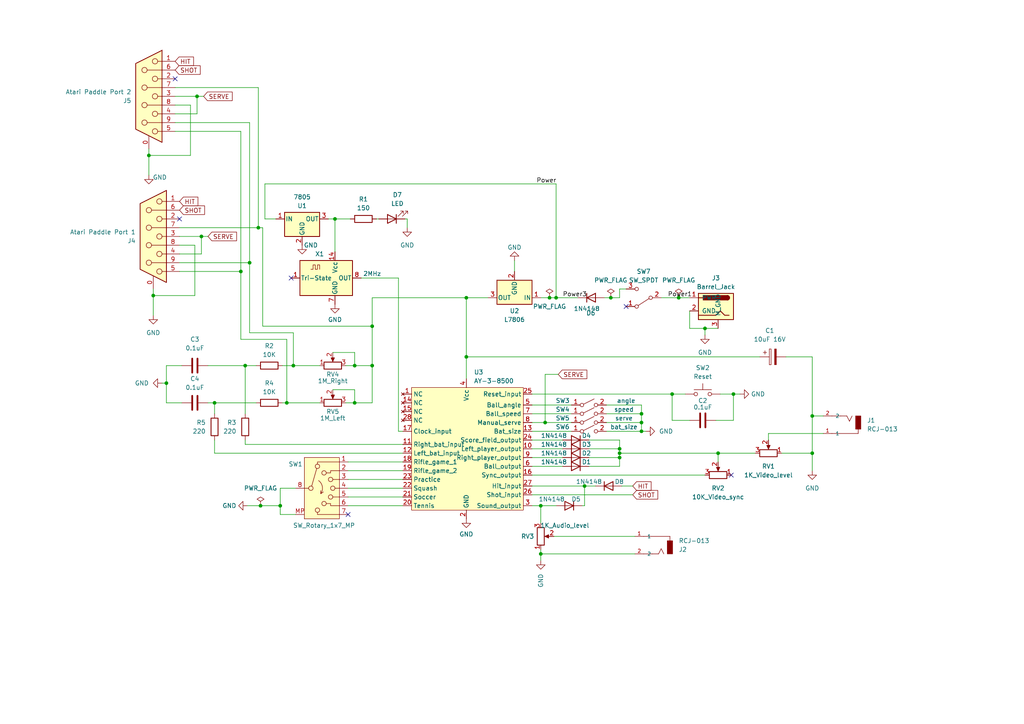
<source format=kicad_sch>
(kicad_sch (version 20250114) (generator "eeschema") (generator_version "9.0")
  (paper "A4")
  (lib_symbols
    (symbol "Connector:DE9_Receptacle_MountingHoles" (pin_names (offset 1.016) (hide yes))
      (property "Reference" "J" (at 0 16.51 0))
      (property "Value" "DE9_Receptacle_MountingHoles" (at 0 14.605 0))
      (symbol "DE9_Receptacle_MountingHoles_0_1"
        (polyline (pts (xy -3.81 13.335) (xy -3.81 -13.335) (xy 3.81 -9.525) (xy 3.81 9.525) (xy -3.81 13.335)) (stroke (width 0.254)) (fill (type background)))
        (polyline (pts (xy -3.81 10.16) (xy -2.54 10.16)))
        (polyline (pts (xy -3.81 7.62) (xy 0.508 7.62)))
        (polyline (pts (xy -3.81 5.08) (xy -2.54 5.08)))
        (polyline (pts (xy -3.81 2.54) (xy 0.508 2.54)))
        (polyline (pts (xy -3.81 0) (xy -2.54 0)))
        (polyline (pts (xy -3.81 -2.54) (xy 0.508 -2.54)))
        (polyline (pts (xy -3.81 -5.08) (xy -2.54 -5.08)))
        (polyline (pts (xy -3.81 -7.62) (xy 0.508 -7.62)))
        (polyline (pts (xy -3.81 -10.16) (xy -2.54 -10.16)))
        (circle (center -1.778 10.16) (radius 0.762))
        (circle (center -1.778 5.08) (radius 0.762))
        (circle (center -1.778 0) (radius 0.762))
        (circle (center -1.778 -5.08) (radius 0.762))
        (circle (center -1.778 -10.16) (radius 0.762))
        (circle (center 1.27 7.62) (radius 0.762))
        (circle (center 1.27 2.54) (radius 0.762))
        (circle (center 1.27 -2.54) (radius 0.762))
        (circle (center 1.27 -7.62) (radius 0.762))
      )
      (symbol "DE9_Receptacle_MountingHoles_1_1"
        (pin passive line (at -7.62 10.16 0) (length 3.81) (name "1") (number "1"))
        (pin passive line (at -7.62 7.62 0) (length 3.81) (name "6") (number "6"))
        (pin passive line (at -7.62 5.08 0) (length 3.81) (name "2") (number "2"))
        (pin passive line (at -7.62 2.54 0) (length 3.81) (name "7") (number "7"))
        (pin passive line (at -7.62 0 0) (length 3.81) (name "3") (number "3"))
        (pin passive line (at -7.62 -2.54 0) (length 3.81) (name "8") (number "8"))
        (pin passive line (at -7.62 -5.08 0) (length 3.81) (name "4") (number "4"))
        (pin passive line (at -7.62 -7.62 0) (length 3.81) (name "9") (number "9"))
        (pin passive line (at -7.62 -10.16 0) (length 3.81) (name "5") (number "5"))
        (pin passive line (at 0 -15.24 90) (length 3.81) (name "PAD") (number "0"))
      )
    )
    (symbol "Device:C" (pin_numbers (hide yes)) (pin_names (offset 0.254))
      (property "Reference" "C" (at 0.635 2.54 0))
      (property "Value" "C" (at 0.635 -2.54 0))
      (symbol "C_0_1"
        (polyline (pts (xy -2.032 0.762) (xy 2.032 0.762)) (stroke (width 0.508)))
        (polyline (pts (xy -2.032 -0.762) (xy 2.032 -0.762)) (stroke (width 0.508)))
      )
      (symbol "C_1_1"
        (pin passive line (at 0 3.81 270) (length 2.794) (name "~") (number "1"))
        (pin passive line (at 0 -3.81 90) (length 2.794) (name "~") (number "2"))
      )
    )
    (symbol "Device:C_Polarized" (pin_numbers (hide yes)) (pin_names (offset 0.254))
      (property "Reference" "C" (at 0.635 2.54 0))
      (property "Value" "C_Polarized" (at 0.635 -2.54 0))
      (symbol "C_Polarized_0_1"
        (rectangle (start -2.286 0.508) (end 2.286 1.016))
        (polyline (pts (xy -1.778 2.286) (xy -0.762 2.286)))
        (polyline (pts (xy -1.27 2.794) (xy -1.27 1.778)))
        (rectangle (start 2.286 -0.508) (end -2.286 -1.016) (fill (type outline)))
      )
      (symbol "C_Polarized_1_1"
        (pin passive line (at 0 3.81 270) (length 2.794) (name "~") (number "1"))
        (pin passive line (at 0 -3.81 90) (length 2.794) (name "~") (number "2"))
      )
    )
    (symbol "Device:D" (pin_numbers (hide yes)) (pin_names (offset 1.016) (hide yes))
      (property "Reference" "D" (at 0 2.54 0))
      (property "Value" "D" (at 0 -2.54 0))
      (symbol "D_0_1"
        (polyline (pts (xy -1.27 1.27) (xy -1.27 -1.27)) (stroke (width 0.254)))
        (polyline (pts (xy 1.27 1.27) (xy 1.27 -1.27) (xy -1.27 0) (xy 1.27 1.27)) (stroke (width 0.254)))
        (polyline (pts (xy 1.27 0) (xy -1.27 0)))
      )
      (symbol "D_1_1"
        (pin passive line (at -3.81 0 0) (length 2.54) (name "K") (number "1"))
        (pin passive line (at 3.81 0 180) (length 2.54) (name "A") (number "2"))
      )
    )
    (symbol "Device:LED" (pin_numbers (hide yes)) (pin_names (offset 1.016) (hide yes))
      (property "Reference" "D" (at 0 2.54 0))
      (property "Value" "LED" (at 0 -2.54 0))
      (symbol "LED_0_1"
        (polyline (pts (xy -3.048 -0.762) (xy -4.572 -2.286) (xy -3.81 -2.286) (xy -4.572 -2.286) (xy -4.572 -1.524)))
        (polyline (pts (xy -1.778 -0.762) (xy -3.302 -2.286) (xy -2.54 -2.286) (xy -3.302 -2.286) (xy -3.302 -1.524)))
        (polyline (pts (xy -1.27 0) (xy 1.27 0)))
        (polyline (pts (xy -1.27 -1.27) (xy -1.27 1.27)) (stroke (width 0.254)))
        (polyline (pts (xy 1.27 -1.27) (xy 1.27 1.27) (xy -1.27 0) (xy 1.27 -1.27)) (stroke (width 0.254)))
      )
      (symbol "LED_1_1"
        (pin passive line (at -3.81 0 0) (length 2.54) (name "K") (number "1"))
        (pin passive line (at 3.81 0 180) (length 2.54) (name "A") (number "2"))
      )
    )
    (symbol "Device:R" (pin_numbers (hide yes)) (pin_names (offset 0))
      (property "Reference" "R" (at 2.032 0 90))
      (property "Value" "R" (at 0 0 90))
      (symbol "R_0_1"
        (rectangle (start -1.016 -2.54) (end 1.016 2.54) (stroke (width 0.254)))
      )
      (symbol "R_1_1"
        (pin passive line (at 0 3.81 270) (length 1.27) (name "~") (number "1"))
        (pin passive line (at 0 -3.81 90) (length 1.27) (name "~") (number "2"))
      )
    )
    (symbol "Device:R_Potentiometer" (pin_names (offset 1.016) (hide yes))
      (property "Reference" "RV" (at -4.445 0 90))
      (property "Value" "R_Potentiometer" (at -2.54 0 90))
      (symbol "R_Potentiometer_0_1"
        (rectangle (start 1.016 2.54) (end -1.016 -2.54) (stroke (width 0.254)))
        (polyline (pts (xy 1.143 0) (xy 2.286 0.508) (xy 2.286 -0.508) (xy 1.143 0)) (fill (type outline)))
        (polyline (pts (xy 2.54 0) (xy 1.524 0)))
      )
      (symbol "R_Potentiometer_1_1"
        (pin passive line (at 0 3.81 270) (length 1.27) (name "1") (number "1"))
        (pin passive line (at 0 -3.81 90) (length 1.27) (name "3") (number "3"))
        (pin passive line (at 3.81 0 180) (length 1.27) (name "2") (number "2"))
      )
    )
    (symbol "Oscillator:ACO-xxxMHz-A" (pin_names (offset 0.254))
      (property "Reference" "X" (at -5.08 6.35 0))
      (property "Value" "ACO-xxxMHz-A" (at 1.27 -6.35 0))
      (symbol "ACO-xxxMHz-A_0_1"
        (rectangle (start -10.16 5.08) (end 5.08 -5.08) (stroke (width 0.254)) (fill (type background)))
        (polyline (pts (xy -6.985 2.54) (xy -6.35 2.54) (xy -6.35 3.81) (xy -5.715 3.81) (xy -5.715 2.54) (xy -5.08 2.54) (xy -5.08 3.81) (xy -4.445 3.81) (xy -4.445 2.54)))
      )
      (symbol "ACO-xxxMHz-A_1_1"
        (pin input line (at -12.7 0 0) (length 2.54) (name "Tri-State") (number "1"))
        (pin power_in line (at 0 7.62 270) (length 2.54) (name "Vcc") (number "14"))
        (pin power_in line (at 0 -7.62 90) (length 2.54) (name "GND") (number "7"))
        (pin output line (at 7.62 0 180) (length 2.54) (name "OUT") (number "8"))
      )
    )
    (symbol "Regulator_Linear:L7805" (pin_names (offset 0.254))
      (property "Reference" "U" (at -3.81 3.175 0))
      (property "Value" "L7805" (at 0 3.175 0))
      (symbol "L7805_0_1"
        (rectangle (start -5.08 1.905) (end 5.08 -5.08) (stroke (width 0.254)) (fill (type background)))
      )
      (symbol "L7805_1_1"
        (pin power_in line (at -7.62 0 0) (length 2.54) (name "IN") (number "1"))
        (pin power_in line (at 0 -7.62 90) (length 2.54) (name "GND") (number "2"))
        (pin power_out line (at 7.62 0 180) (length 2.54) (name "OUT") (number "3"))
      )
    )
    (symbol "Regulator_Linear:L7806" (pin_names (offset 0.254))
      (property "Reference" "U" (at -3.81 3.175 0))
      (property "Value" "L7806" (at 0 3.175 0))
      (symbol "L7806_0_1"
        (rectangle (start -5.08 1.905) (end 5.08 -5.08) (stroke (width 0.254)) (fill (type background)))
      )
      (symbol "L7806_1_1"
        (pin power_in line (at -7.62 0 0) (length 2.54) (name "IN") (number "1"))
        (pin power_in line (at 0 -7.62 90) (length 2.54) (name "GND") (number "2"))
        (pin power_out line (at 7.62 0 180) (length 2.54) (name "OUT") (number "3"))
      )
    )
    (symbol "Switch:SW_Push" (pin_numbers (hide yes)) (pin_names (offset 1.016) (hide yes))
      (property "Reference" "SW" (at 1.27 2.54 0))
      (property "Value" "SW_Push" (at 0 -1.524 0))
      (symbol "SW_Push_0_1"
        (circle (center -2.032 0) (radius 0.508))
        (polyline (pts (xy 0 1.27) (xy 0 3.048)))
        (circle (center 2.032 0) (radius 0.508))
        (polyline (pts (xy 2.54 1.27) (xy -2.54 1.27)))
        (pin passive line (at -5.08 0 0) (length 2.54) (name "1") (number "1"))
        (pin passive line (at 5.08 0 180) (length 2.54) (name "2") (number "2"))
      )
    )
    (symbol "Switch:SW_Rotary_1x7_MP" (pin_names (offset 0.002) (hide yes))
      (property "Reference" "SW" (at 0 10.16 0))
      (property "Value" "SW_Rotary_1x7_MP" (at 8.89 -10.16 0))
      (symbol "SW_Rotary_1x7_MP_0_1"
        (polyline (pts (xy -5.08 0) (xy -3.81 0)))
        (circle (center -3.175 0) (radius 0.635))
        (polyline (pts (xy -2.9464 0.6096) (xy -1.4732 5.7404)))
        (arc (start -0.9526 2.2225) (mid 0.154 0.449) (end -0.3176 -1.5875))
        (circle (center -1.27 6.35) (radius 0.635))
        (circle (center -1.27 -6.35) (radius 0.635))
        (polyline (pts (xy -0.3176 -1.5875) (xy -0.3176 -0.6985)))
        (polyline (pts (xy -0.3176 -1.5875) (xy -0.3176 -1.5875)))
        (polyline (pts (xy -0.3176 -1.5875) (xy 0.4444 -1.0795)))
        (circle (center 0.635 4.445) (radius 0.635))
        (circle (center 0.635 -4.445) (radius 0.635))
        (circle (center 2.54 2.54) (radius 0.635))
        (circle (center 2.54 -2.54) (radius 0.635))
        (circle (center 3.175 0) (radius 0.635))
        (polyline (pts (xy 5.08 7.62) (xy -1.27 7.62) (xy -1.27 7.62) (xy -1.27 6.985)))
        (polyline (pts (xy 5.08 5.08) (xy 2.54 5.08) (xy 2.54 4.445) (xy 1.27 4.445)))
        (polyline (pts (xy 5.08 2.54) (xy 3.175 2.54)))
        (polyline (pts (xy 5.08 0) (xy 3.81 0)))
        (polyline (pts (xy 5.08 -2.54) (xy 3.175 -2.54)))
        (polyline (pts (xy 5.08 -5.08) (xy 2.54 -5.08) (xy 2.54 -4.445) (xy 1.27 -4.445)))
        (polyline (pts (xy 5.08 -7.62) (xy -1.27 -7.62) (xy -1.27 -7.62) (xy -1.27 -6.985)))
      )
      (symbol "SW_Rotary_1x7_MP_1_1"
        (polyline (pts (xy -5.08 8.89) (xy 5.08 8.89) (xy 5.08 -8.89) (xy -5.08 -8.89) (xy -5.08 8.89) (xy -5.08 8.89)) (fill (type background)))
        (pin passive line (at -7.62 0 0) (length 2.54) (name "") (number "8"))
        (pin passive line (at -7.62 -7.62 0) (length 2.54) (name "") (number "MP"))
        (pin passive line (at 7.62 7.62 180) (length 2.54) (name "") (number "1"))
        (pin passive line (at 7.62 5.08 180) (length 2.54) (name "") (number "2"))
        (pin passive line (at 7.62 2.54 180) (length 2.54) (name "") (number "3"))
        (pin passive line (at 7.62 0 180) (length 2.54) (name "") (number "4"))
        (pin passive line (at 7.62 -2.54 180) (length 2.54) (name "") (number "5"))
        (pin passive line (at 7.62 -5.08 180) (length 2.54) (name "") (number "6"))
        (pin passive line (at 7.62 -7.62 180) (length 2.54) (name "") (number "7"))
      )
    )
    (symbol "Switch:SW_SPST" (pin_names (offset 0) (hide yes))
      (property "Reference" "SW" (at 0 3.175 0))
      (property "Value" "SW_SPST" (at 0 -2.54 0))
      (symbol "SW_SPST_0_0"
        (circle (center -2.032 0) (radius 0.508))
        (polyline (pts (xy -1.524 0.254) (xy 1.524 1.778)))
        (circle (center 2.032 0) (radius 0.508))
      )
      (symbol "SW_SPST_1_1"
        (pin passive line (at -5.08 0 0) (length 2.54) (name "A") (number "1"))
        (pin passive line (at 5.08 0 180) (length 2.54) (name "B") (number "2"))
      )
    )
    (symbol "pong_pre:AY-3-8500_conv"
      (property "Reference" "U2" (at -3.5209 52.705 0))
      (property "Value" "AY-3-8500" (at -13.97 52.705 0))
      (symbol "AY-3-8500_conv_0_0"
        (pin no_connect line (at -24.13 48.895 0) (length 2.54) (name "NC") (number "1"))
        (pin no_connect line (at -24.13 46.355 0) (length 2.54) (name "NC") (number "14"))
        (pin no_connect line (at -24.13 43.815 0) (length 2.54) (name "NC") (number "15"))
        (pin no_connect line (at -24.13 41.275 0) (length 2.54) (name "NC") (number "28"))
        (pin input line (at -24.13 38.1 0) (length 2.54) (name "Clock_input") (number "17"))
        (pin input line (at -24.13 34.29 0) (length 2.54) (name "Right_bat_input") (number "11"))
        (pin input line (at -24.13 31.75 0) (length 2.54) (name "Left_bat_input") (number "12"))
        (pin input line (at -24.13 29.21 0) (length 2.54) (name "Rifle_game_1") (number "18"))
        (pin input line (at -24.13 26.67 0) (length 2.54) (name "Rifle_game_2") (number "19"))
        (pin input line (at -24.13 24.13 0) (length 2.54) (name "Practice") (number "23"))
        (pin input line (at -24.13 21.59 0) (length 2.54) (name "Squash") (number "22"))
        (pin input line (at -24.13 19.05 0) (length 2.54) (name "Soccer") (number "21"))
        (pin input line (at -24.13 16.51 0) (length 2.54) (name "Tennis") (number "20"))
        (pin power_in line (at -5.715 53.34 270) (length 2.54) (name "Vcc") (number "4"))
        (pin power_in line (at -5.715 12.7 90) (length 2.54) (name "GND") (number "2"))
        (pin input line (at 13.335 48.895 180) (length 2.54) (name "Reset_input") (number "25"))
        (pin input line (at 13.335 45.72 180) (length 2.54) (name "Ball_angle") (number "5"))
        (pin input line (at 13.335 43.18 180) (length 2.54) (name "Ball_speed") (number "7"))
        (pin input line (at 13.335 40.64 180) (length 2.54) (name "Manual_serve") (number "8"))
        (pin input line (at 13.335 38.1 180) (length 2.54) (name "Bat_size") (number "13"))
        (pin output line (at 13.335 35.56 180) (length 2.54) (name "Score_field_output") (number "24"))
        (pin output line (at 13.335 33.02 180) (length 2.54) (name "Left_player_output") (number "10"))
        (pin output line (at 13.335 30.48 180) (length 2.54) (name "Right_player_output") (number "9"))
        (pin input line (at 13.335 27.94 180) (length 2.54) (name "Ball_output") (number "6"))
        (pin output line (at 13.335 25.4 180) (length 2.54) (name "Sync_output") (number "16"))
        (pin input line (at 13.335 22.225 180) (length 2.54) (name "Hit_input") (number "27"))
        (pin input line (at 13.335 19.685 180) (length 2.54) (name "Shot_input") (number "26"))
        (pin output line (at 13.335 16.51 180) (length 2.54) (name "Sound_output") (number "3"))
      )
      (symbol "AY-3-8500_conv_1_1"
        (rectangle (start -21.59 50.8) (end 10.795 15.24) (fill (type background)))
      )
    )
    (symbol "pong_pre:Barrel_Jack" (pin_names (offset 1.016))
      (property "Reference" "J3" (at 0 8.255 0))
      (property "Value" "Barrel_Jack" (at 0 5.715 0))
      (symbol "Barrel_Jack_0_1"
        (rectangle (start -5.08 3.81) (end 5.08 -3.81) (stroke (width 0.254)) (fill (type background)))
        (polyline (pts (xy -3.81 -2.54) (xy -2.54 -2.54) (xy -1.27 -1.27) (xy 0 -2.54) (xy 2.54 -2.54) (xy 5.08 -2.54)) (stroke (width 0.254)))
        (arc (start -3.302 1.905) (mid -3.9343 2.54) (end -3.302 3.175) (stroke (width 0.254)))
        (arc (start -3.302 1.905) (mid -3.9343 2.54) (end -3.302 3.175) (stroke (width 0.254)) (fill (type outline)))
        (rectangle (start 3.683 3.175) (end -3.302 1.905) (stroke (width 0.254)) (fill (type outline)))
        (polyline (pts (xy 5.08 2.54) (xy 3.81 2.54)) (stroke (width 0.254)))
      )
      (symbol "Barrel_Jack_1_0"
        (pin passive line (at -0.635 -6.35 90) (length 2.54) (name "M_GND") (number "3"))
      )
      (symbol "Barrel_Jack_1_1"
        (pin passive line (at 7.62 2.54 180) (length 2.54) (name "PWR") (number "1"))
        (pin passive line (at 7.62 -1.27 180) (length 2.54) (name "GND") (number "2"))
      )
    )
    (symbol "pong_pre:RCJ-013" (pin_names (offset 1.016))
      (property "Reference" "J3" (at 5.08 0 0))
      (property "Value" "RCJ-013" (at 6.35 -5.08 0))
      (symbol "RCJ-013_0_0"
        (rectangle (start -3.302 -2.54) (end -1.778 1.27) (fill (type outline)))
        (polyline (pts (xy -2.54 2.54) (xy -2.54 1.27)) (stroke (width 0.1524)))
        (polyline (pts (xy 0 -1.016) (xy -0.762 -2.54)) (stroke (width 0.1524)))
        (polyline (pts (xy 0.762 -2.54) (xy 0 -1.016)) (stroke (width 0.1524)))
        (polyline (pts (xy 2.54 -2.54) (xy 0.762 -2.54)) (stroke (width 0.1524)))
        (polyline (pts (xy 5.08 2.54) (xy -2.54 2.54)) (stroke (width 0.1524)))
        (polyline (pts (xy 5.08 -2.54) (xy 2.54 -2.54)) (stroke (width 0.1524)))
        (pin passive line (at 7.62 2.54 180) (length 2.54) (name "1") (number "1"))
        (pin passive line (at 7.62 -2.54 180) (length 2.54) (name "2") (number "2"))
      )
    )
    (symbol "pong_pre:SW_SPDT" (pin_names (offset 0) (hide yes))
      (property "Reference" "SW1" (at 0 7.62 0))
      (property "Value" "SW_SPDT" (at 0 5.08 0))
      (symbol "SW_SPDT_0_0"
        (circle (center -2.032 0) (radius 0.508))
        (circle (center 2.032 -2.54) (radius 0.508))
      )
      (symbol "SW_SPDT_0_1"
        (polyline (pts (xy -1.524 0.254) (xy 1.651 2.286)))
        (circle (center 2.032 2.54) (radius 0.508))
      )
      (symbol "SW_SPDT_1_1"
        (pin passive line (at -5.08 0 0) (length 2.54) (name "B") (number "2"))
        (pin passive line (at 5.08 2.54 180) (length 2.54) (name "A") (number "1"))
        (pin passive line (at 5.08 -2.54 180) (length 2.54) (name "C") (number "3"))
      )
    )
    (symbol "power:GND" (power) (pin_names (offset 0))
      (property "Value" "GND" (at 0 -3.81 0))
      (symbol "GND_0_1"
        (polyline (pts (xy 0 0) (xy 0 -1.27) (xy 1.27 -1.27) (xy 0 -2.54) (xy -1.27 -1.27) (xy 0 -1.27)))
      )
      (symbol "GND_1_1"
        (pin power_in line (at 0 0 270) (length 0) (hide yes) (name "GND") (number "1"))
      )
    )
    (symbol "power:PWR_FLAG" (power) (pin_numbers (hide yes)) (pin_names (offset 0) (hide yes))
      (property "Value" "PWR_FLAG" (at 0 3.81 0))
      (symbol "PWR_FLAG_0_0"
        (pin power_out line (at 0 0 90) (length 0) (name "pwr") (number "1"))
      )
      (symbol "PWR_FLAG_0_1"
        (polyline (pts (xy 0 0) (xy 0 1.27) (xy -1.016 1.905) (xy 0 2.54) (xy 1.016 1.905) (xy 0 1.27)))
      )
    )
  )
  (junction (at 43.18 45.085))
  (junction (at 169.545 140.97))
  (junction (at 194.945 114.3))
  (junction (at 186.055 125.095))
  (junction (at 48.26 111.125))
  (junction (at 196.85 86.36))
  (junction (at 186.055 120.015))
  (junction (at 74.93 66.04))
  (junction (at 107.95 94.615))
  (junction (at 75.565 146.685))
  (junction (at 177.165 86.36))
  (junction (at 102.87 106.045))
  (junction (at 135.255 86.36))
  (junction (at 57.15 27.94))
  (junction (at 179.705 130.175))
  (junction (at 102.87 116.84))
  (junction (at 212.725 114.3))
  (junction (at 69.85 78.74))
  (junction (at 161.29 86.36))
  (junction (at 179.705 132.715))
  (junction (at 83.185 116.84))
  (junction (at 235.585 120.65))
  (junction (at 62.23 116.84))
  (junction (at 159.385 86.36))
  (junction (at 44.45 85.725))
  (junction (at 71.12 106.045))
  (junction (at 156.845 146.685))
  (junction (at 135.255 103.505))
  (junction (at 72.39 76.2))
  (junction (at 85.09 106.045))
  (junction (at 235.585 131.445))
  (junction (at 97.155 63.5))
  (junction (at 186.055 122.555))
  (junction (at 204.47 95.25))
  (junction (at 158.115 122.555))
  (junction (at 208.28 131.445))
  (junction (at 81.28 146.685))
  (junction (at 58.42 68.58))
  (junction (at 107.95 106.045))
  (junction (at 179.705 131.445))
  (junction (at 156.845 160.655))
  (no_connect (at 84.455 80.645))
  (no_connect (at 212.09 137.795))
  (no_connect (at 100.965 149.225))
  (no_connect (at 181.61 88.9))
  (no_connect (at 50.8 22.86))
  (no_connect (at 52.07 63.5))
  (wire (pts (xy 83.185 98.425) (xy 83.185 116.84)))
  (wire (pts (xy 58.42 73.66) (xy 58.42 68.58)))
  (wire (pts (xy 154.305 137.795) (xy 204.47 137.795)))
  (wire (pts (xy 186.055 125.095) (xy 187.325 125.095)))
  (wire (pts (xy 186.055 120.015) (xy 186.055 122.555)))
  (wire (pts (xy 50.8 30.48) (xy 55.245 30.48)))
  (wire (pts (xy 48.26 106.045) (xy 48.26 111.125)))
  (wire (pts (xy 186.055 117.475) (xy 186.055 120.015)))
  (wire (pts (xy 175.26 86.36) (xy 177.165 86.36)))
  (wire (pts (xy 156.845 146.685) (xy 154.305 146.685)))
  (wire (pts (xy 71.12 127.635) (xy 71.12 128.905)))
  (wire (pts (xy 52.07 66.04) (xy 74.93 66.04)))
  (wire (pts (xy 62.23 120.015) (xy 62.23 116.84)))
  (wire (pts (xy 156.845 151.765) (xy 156.845 146.685)))
  (wire (pts (xy 235.585 131.445) (xy 235.585 136.525)))
  (wire (pts (xy 154.305 140.97) (xy 169.545 140.97)))
  (wire (pts (xy 161.29 86.36) (xy 161.29 53.34)))
  (wire (pts (xy 156.845 86.36) (xy 159.385 86.36)))
  (wire (pts (xy 81.28 149.225) (xy 85.725 149.225)))
  (wire (pts (xy 43.18 45.085) (xy 43.18 43.18)))
  (wire (pts (xy 116.84 146.685) (xy 100.965 146.685)))
  (wire (pts (xy 175.895 120.015) (xy 186.055 120.015)))
  (wire (pts (xy 107.95 94.615) (xy 107.95 106.045)))
  (wire (pts (xy 74.93 25.4) (xy 74.93 66.04)))
  (wire (pts (xy 222.885 125.73) (xy 238.76 125.73)))
  (wire (pts (xy 107.95 86.36) (xy 135.255 86.36)))
  (wire (pts (xy 76.2 94.615) (xy 107.95 94.615)))
  (wire (pts (xy 55.245 45.085) (xy 43.18 45.085)))
  (wire (pts (xy 69.85 78.74) (xy 69.85 38.1)))
  (wire (pts (xy 52.07 68.58) (xy 58.42 68.58)))
  (wire (pts (xy 102.87 116.84) (xy 107.95 116.84)))
  (wire (pts (xy 95.25 63.5) (xy 97.155 63.5)))
  (wire (pts (xy 165.735 122.555) (xy 158.115 122.555)))
  (wire (pts (xy 163.195 130.175) (xy 154.305 130.175)))
  (wire (pts (xy 62.23 131.445) (xy 116.84 131.445)))
  (wire (pts (xy 76.835 53.34) (xy 76.835 63.5)))
  (wire (pts (xy 69.85 78.74) (xy 69.85 98.425)))
  (wire (pts (xy 212.725 114.3) (xy 212.725 121.92)))
  (wire (pts (xy 116.84 144.145) (xy 100.965 144.145)))
  (wire (pts (xy 194.945 121.92) (xy 200.025 121.92)))
  (wire (pts (xy 116.84 139.065) (xy 100.965 139.065)))
  (wire (pts (xy 161.925 108.585) (xy 158.115 108.585)))
  (wire (pts (xy 52.07 73.66) (xy 58.42 73.66)))
  (wire (pts (xy 196.85 86.36) (xy 191.77 86.36)))
  (wire (pts (xy 115.57 80.645) (xy 104.775 80.645)))
  (wire (pts (xy 96.52 102.235) (xy 102.87 102.235)))
  (wire (pts (xy 163.195 135.255) (xy 154.305 135.255)))
  (wire (pts (xy 115.57 80.645) (xy 115.57 125.095)))
  (wire (pts (xy 161.29 53.34) (xy 76.835 53.34)))
  (wire (pts (xy 163.195 132.715) (xy 154.305 132.715)))
  (wire (pts (xy 175.895 117.475) (xy 186.055 117.475)))
  (wire (pts (xy 165.735 117.475) (xy 154.305 117.475)))
  (wire (pts (xy 72.39 96.52) (xy 85.09 96.52)))
  (wire (pts (xy 76.2 66.04) (xy 76.2 94.615)))
  (wire (pts (xy 238.76 120.65) (xy 235.585 120.65)))
  (wire (pts (xy 169.545 146.685) (xy 169.545 140.97)))
  (wire (pts (xy 97.155 63.5) (xy 101.6 63.5)))
  (wire (pts (xy 135.255 86.36) (xy 135.255 103.505)))
  (wire (pts (xy 163.195 127.635) (xy 154.305 127.635)))
  (wire (pts (xy 156.845 146.685) (xy 161.29 146.685)))
  (wire (pts (xy 62.23 127.635) (xy 62.23 131.445)))
  (wire (pts (xy 60.325 116.84) (xy 62.23 116.84)))
  (wire (pts (xy 81.28 141.605) (xy 85.725 141.605)))
  (wire (pts (xy 52.705 106.045) (xy 48.26 106.045)))
  (wire (pts (xy 235.585 103.505) (xy 235.585 120.65)))
  (wire (pts (xy 72.39 76.2) (xy 72.39 96.52)))
  (wire (pts (xy 204.47 95.25) (xy 200.025 95.25)))
  (wire (pts (xy 85.09 106.045) (xy 92.71 106.045)))
  (wire (pts (xy 43.18 50.8) (xy 43.18 45.085)))
  (wire (pts (xy 194.945 114.3) (xy 194.945 121.92)))
  (wire (pts (xy 208.28 131.445) (xy 208.28 133.985)))
  (wire (pts (xy 116.84 136.525) (xy 100.965 136.525)))
  (wire (pts (xy 69.85 98.425) (xy 83.185 98.425)))
  (wire (pts (xy 198.755 114.3) (xy 194.945 114.3)))
  (wire (pts (xy 71.12 120.015) (xy 71.12 106.045)))
  (wire (pts (xy 168.91 146.685) (xy 169.545 146.685)))
  (wire (pts (xy 154.305 143.51) (xy 183.515 143.51)))
  (wire (pts (xy 96.52 113.03) (xy 102.87 113.03)))
  (wire (pts (xy 48.26 111.125) (xy 46.99 111.125)))
  (wire (pts (xy 58.42 68.58) (xy 60.325 68.58)))
  (wire (pts (xy 55.245 30.48) (xy 55.245 45.085)))
  (wire (pts (xy 170.815 135.255) (xy 179.705 135.255)))
  (wire (pts (xy 109.855 63.5) (xy 109.22 63.5)))
  (wire (pts (xy 102.87 102.235) (xy 102.87 106.045)))
  (wire (pts (xy 179.705 131.445) (xy 208.28 131.445)))
  (wire (pts (xy 219.075 131.445) (xy 208.28 131.445)))
  (wire (pts (xy 81.28 141.605) (xy 81.28 146.685)))
  (wire (pts (xy 181.61 83.82) (xy 179.705 83.82)))
  (wire (pts (xy 52.07 76.2) (xy 72.39 76.2)))
  (wire (pts (xy 52.07 71.12) (xy 56.515 71.12)))
  (wire (pts (xy 74.295 116.84) (xy 62.23 116.84)))
  (wire (pts (xy 50.8 33.02) (xy 57.15 33.02)))
  (wire (pts (xy 226.695 131.445) (xy 235.585 131.445)))
  (wire (pts (xy 57.15 27.94) (xy 59.055 27.94)))
  (wire (pts (xy 179.705 132.715) (xy 170.815 132.715)))
  (wire (pts (xy 200.025 90.17) (xy 200.025 95.25)))
  (wire (pts (xy 107.95 106.045) (xy 107.95 116.84)))
  (wire (pts (xy 72.39 35.56) (xy 72.39 76.2)))
  (wire (pts (xy 83.185 116.84) (xy 92.71 116.84)))
  (wire (pts (xy 56.515 85.725) (xy 44.45 85.725)))
  (wire (pts (xy 186.055 122.555) (xy 186.055 125.095)))
  (wire (pts (xy 179.705 130.175) (xy 179.705 131.445)))
  (wire (pts (xy 208.915 114.3) (xy 212.725 114.3)))
  (wire (pts (xy 69.85 38.1) (xy 50.8 38.1)))
  (wire (pts (xy 118.11 63.5) (xy 117.475 63.5)))
  (wire (pts (xy 179.705 130.175) (xy 170.815 130.175)))
  (wire (pts (xy 48.26 111.125) (xy 48.26 116.84)))
  (wire (pts (xy 116.84 141.605) (xy 100.965 141.605)))
  (wire (pts (xy 76.835 63.5) (xy 80.01 63.5)))
  (wire (pts (xy 135.255 103.505) (xy 135.255 109.855)))
  (wire (pts (xy 50.8 25.4) (xy 74.93 25.4)))
  (wire (pts (xy 44.45 85.725) (xy 44.45 83.82)))
  (wire (pts (xy 52.07 78.74) (xy 69.85 78.74)))
  (wire (pts (xy 179.705 131.445) (xy 179.705 132.715)))
  (wire (pts (xy 135.255 86.36) (xy 141.605 86.36)))
  (wire (pts (xy 100.33 106.045) (xy 102.87 106.045)))
  (wire (pts (xy 235.585 120.65) (xy 235.585 131.445)))
  (wire (pts (xy 179.705 127.635) (xy 170.815 127.635)))
  (wire (pts (xy 179.705 83.82) (xy 179.705 86.36)))
  (wire (pts (xy 161.29 86.36) (xy 167.64 86.36)))
  (wire (pts (xy 115.57 125.095) (xy 116.84 125.095)))
  (wire (pts (xy 158.115 122.555) (xy 154.305 122.555)))
  (wire (pts (xy 107.95 86.36) (xy 107.95 94.615)))
  (wire (pts (xy 212.725 121.92) (xy 207.645 121.92)))
  (wire (pts (xy 50.8 35.56) (xy 72.39 35.56)))
  (wire (pts (xy 204.47 95.25) (xy 204.47 97.155)))
  (wire (pts (xy 175.895 125.095) (xy 186.055 125.095)))
  (wire (pts (xy 156.845 160.655) (xy 156.845 162.56)))
  (wire (pts (xy 179.705 132.715) (xy 179.705 135.255)))
  (wire (pts (xy 44.45 91.44) (xy 44.45 85.725)))
  (wire (pts (xy 50.8 27.94) (xy 57.15 27.94)))
  (wire (pts (xy 71.12 128.905) (xy 116.84 128.905)))
  (wire (pts (xy 116.84 133.985) (xy 100.965 133.985)))
  (wire (pts (xy 180.34 140.97) (xy 183.515 140.97)))
  (wire (pts (xy 85.09 96.52) (xy 85.09 106.045)))
  (wire (pts (xy 159.385 86.36) (xy 161.29 86.36)))
  (wire (pts (xy 165.735 125.095) (xy 154.305 125.095)))
  (wire (pts (xy 100.33 116.84) (xy 102.87 116.84)))
  (wire (pts (xy 71.755 146.685) (xy 75.565 146.685)))
  (wire (pts (xy 156.845 160.655) (xy 184.15 160.655)))
  (wire (pts (xy 81.915 116.84) (xy 83.185 116.84)))
  (wire (pts (xy 74.295 106.045) (xy 71.12 106.045)))
  (wire (pts (xy 200.025 86.36) (xy 196.85 86.36)))
  (wire (pts (xy 149.225 78.74) (xy 149.225 75.565)))
  (wire (pts (xy 212.725 114.3) (xy 214.63 114.3)))
  (wire (pts (xy 227.965 103.505) (xy 235.585 103.505)))
  (wire (pts (xy 156.845 160.655) (xy 156.845 159.385)))
  (wire (pts (xy 179.705 127.635) (xy 179.705 130.175)))
  (wire (pts (xy 60.325 106.045) (xy 71.12 106.045)))
  (wire (pts (xy 204.47 95.25) (xy 208.28 95.25)))
  (wire (pts (xy 102.87 106.045) (xy 107.95 106.045)))
  (wire (pts (xy 154.305 114.3) (xy 194.945 114.3)))
  (wire (pts (xy 135.255 103.505) (xy 220.345 103.505)))
  (wire (pts (xy 97.155 63.5) (xy 97.155 73.025)))
  (wire (pts (xy 56.515 71.12) (xy 56.515 85.725)))
  (wire (pts (xy 160.655 155.575) (xy 184.15 155.575)))
  (wire (pts (xy 175.895 122.555) (xy 186.055 122.555)))
  (wire (pts (xy 74.93 66.04) (xy 76.2 66.04)))
  (wire (pts (xy 158.115 108.585) (xy 158.115 122.555)))
  (wire (pts (xy 118.11 66.04) (xy 118.11 63.5)))
  (wire (pts (xy 75.565 146.685) (xy 81.28 146.685)))
  (wire (pts (xy 165.735 120.015) (xy 154.305 120.015)))
  (wire (pts (xy 102.87 113.03) (xy 102.87 116.84)))
  (wire (pts (xy 48.26 116.84) (xy 52.705 116.84)))
  (wire (pts (xy 169.545 140.97) (xy 172.72 140.97)))
  (wire (pts (xy 81.28 146.685) (xy 81.28 149.225)))
  (wire (pts (xy 222.885 127.635) (xy 222.885 125.73)))
  (wire (pts (xy 179.705 86.36) (xy 177.165 86.36)))
  (wire (pts (xy 57.15 33.02) (xy 57.15 27.94)))
  (wire (pts (xy 81.915 106.045) (xy 85.09 106.045)))
  (label "Power3" (at 163.195 86.36 0))
  (label "Power" (at 155.575 53.34 0))
  (label "Power1" (at 193.675 86.36 0))
  (global_label "SHOT" (shape input) (at 50.8 20.32 0) (property "Intersheetrefs" "${INTERSHEET_REFS}" (effects (hide yes))))
  (global_label "SHOT" (shape input) (at 52.07 60.96 0) (property "Intersheetrefs" "${INTERSHEET_REFS}" (effects (hide yes))))
  (global_label "HIT" (shape input) (at 52.07 58.42 0) (property "Intersheetrefs" "${INTERSHEET_REFS}" (effects (hide yes))))
  (global_label "SERVE" (shape input) (at 59.055 27.94 0) (property "Intersheetrefs" "${INTERSHEET_REFS}" (effects (hide yes))))
  (global_label "SERVE" (shape input) (at 60.325 68.58 0) (property "Intersheetrefs" "${INTERSHEET_REFS}" (effects (hide yes))))
  (global_label "HIT" (shape input) (at 50.8 17.78 0) (property "Intersheetrefs" "${INTERSHEET_REFS}" (effects (hide yes))))
  (global_label "HIT" (shape input) (at 183.515 140.97 0) (property "Intersheetrefs" "${INTERSHEET_REFS}" (effects (hide yes))))
  (global_label "SERVE" (shape input) (at 161.925 108.585 0) (property "Intersheetrefs" "${INTERSHEET_REFS}" (effects (hide yes))))
  (global_label "SHOT" (shape input) (at 183.515 143.51 0) (property "Intersheetrefs" "${INTERSHEET_REFS}" (effects (hide yes))))
  (symbol (lib_id "Device:R") (at 78.105 116.84 270) (mirror x) (unit 1)
    (property "Reference" "R4" (at 78.105 111.125 90))
    (property "Value" "10K" (at 78.105 113.665 90))
    (property "Footprint" "Resistor_THT:R_Axial_DIN0207_L6.3mm_D2.5mm_P10.16mm_Horizontal" (effects (hide yes)))
  )
  (symbol (lib_id "pong_pre:RCJ-013") (at 191.77 158.115 0) (mirror y) (unit 1)
    (property "Reference" "J2" (at 196.85 159.385 0) (effects (justify right)))
    (property "Value" "RCJ-013" (at 196.85 156.845 0) (effects (justify right)))
    (property "Footprint" "pong_pre:AV" (effects (hide yes)))
  )
  (symbol (lib_id "Switch:SW_SPST") (at 170.815 125.095 0) (unit 1)
    (property "Reference" "SW6" (at 163.195 123.825 0))
    (property "Value" "bat_size" (at 180.975 123.825 0))
    (property "Footprint" "Connector_PinHeader_2.54mm:PinHeader_1x02_P2.54mm_Vertical" (effects (hide yes)))
  )
  (symbol (lib_id "power:GND") (at 118.11 66.04 0) (unit 1)
    (property "Reference" "#PWR07" (effects (hide yes)))
    (property "Value" "GND" (at 118.11 71.12 0))
  )
  (symbol (lib_id "Device:D") (at 167.005 132.715 0) (mirror y) (unit 1)
    (property "Reference" "D2" (at 171.45 131.445 0) (effects (justify left)))
    (property "Value" "1N4148" (at 164.465 131.445 0) (effects (justify left)))
    (property "Footprint" "Diode_THT:D_DO-35_SOD27_P10.16mm_Horizontal" (effects (hide yes)))
    (property "Sim.Device" "D" (effects (hide yes)))
    (property "Sim.Pins" "1=K 2=A" (effects (hide yes)))
  )
  (symbol (lib_id "power:GND") (at 43.18 50.8 0) (unit 1)
    (property "Reference" "#PWR01" (effects (hide yes)))
    (property "Value" "GND" (at 46.355 51.435 0))
  )
  (symbol (lib_id "pong_pre:RCJ-013") (at 246.38 123.19 180) (unit 1)
    (property "Reference" "J1" (at 251.46 121.92 0) (effects (justify right)))
    (property "Value" "RCJ-013" (at 251.46 124.46 0) (effects (justify right)))
    (property "Footprint" "pong_pre:AV" (effects (hide yes)))
  )
  (symbol (lib_id "power:GND") (at 46.99 111.125 270) (mirror x) (unit 1)
    (property "Reference" "#PWR03" (effects (hide yes)))
    (property "Value" "GND" (at 43.18 111.125 90) (effects (justify right)))
  )
  (symbol (lib_id "pong_pre:Barrel_Jack") (at 207.645 88.9 0) (mirror y) (unit 1)
    (property "Reference" "J3" (at 207.645 80.645 0))
    (property "Value" "Barrel_Jack" (at 207.645 83.185 0))
    (property "Footprint" "Connector_BarrelJack:BarrelJack_GCT_DCJ200-10-A_Horizontal" (effects (hide yes)))
  )
  (symbol (lib_id "Device:R_Potentiometer") (at 222.885 131.445 270) (mirror x) (unit 1)
    (property "Reference" "RV1" (at 222.885 135.255 90))
    (property "Value" "1K_Video_level" (at 222.885 137.795 90))
    (property "Footprint" "Potentiometer_THT:Potentiometer_Bourns_3006P_Horizontal" (effects (hide yes)))
  )
  (symbol (lib_id "Device:D") (at 165.1 146.685 180) (unit 1)
    (property "Reference" "D5" (at 165.735 144.78 0) (effects (justify right)))
    (property "Value" "1N4148" (at 156.21 144.78 0) (effects (justify right)))
    (property "Footprint" "Diode_THT:D_DO-35_SOD27_P10.16mm_Horizontal" (effects (hide yes)))
    (property "Sim.Device" "D" (effects (hide yes)))
    (property "Sim.Pins" "1=K 2=A" (effects (hide yes)))
  )
  (symbol (lib_id "power:GND") (at 214.63 114.3 90) (mirror x) (unit 1)
    (property "Reference" "#PWR013" (effects (hide yes)))
    (property "Value" "GND" (at 217.805 114.3 90) (effects (justify right)))
  )
  (symbol (lib_id "Device:R") (at 78.105 106.045 270) (mirror x) (unit 1)
    (property "Reference" "R2" (at 78.105 100.33 90))
    (property "Value" "10K" (at 78.105 102.87 90))
    (property "Footprint" "Resistor_THT:R_Axial_DIN0207_L6.3mm_D2.5mm_P10.16mm_Horizontal" (effects (hide yes)))
  )
  (symbol (lib_id "Device:R") (at 105.41 63.5 90) (unit 1)
    (property "Reference" "R1" (at 105.41 57.785 90))
    (property "Value" "150" (at 105.41 60.325 90))
    (property "Footprint" "Resistor_THT:R_Axial_DIN0207_L6.3mm_D2.5mm_P10.16mm_Horizontal" (effects (hide yes)))
  )
  (symbol (lib_id "Device:R_Potentiometer") (at 96.52 106.045 90) (unit 1)
    (property "Reference" "RV4" (at 96.52 108.585 90))
    (property "Value" "1M_Right" (at 96.52 110.49 90))
    (property "Footprint" "Connector_PinHeader_2.54mm:PinHeader_1x03_P2.54mm_Vertical" (effects (hide yes)))
  )
  (symbol (lib_id "power:GND") (at 97.155 88.265 0) (unit 1)
    (property "Reference" "#PWR06" (effects (hide yes)))
    (property "Value" "GND" (at 97.155 92.71 0))
  )
  (symbol (lib_id "Device:C_Polarized") (at 224.155 103.505 90) (mirror x) (unit 1)
    (property "Reference" "C1" (at 223.266 95.885 90))
    (property "Value" "10uF 16V" (at 223.266 98.425 90))
    (property "Footprint" "Capacitor_THT:CP_Radial_D4.0mm_P1.50mm" (effects (hide yes)))
  )
  (symbol (lib_id "Device:D") (at 167.005 127.635 0) (mirror y) (unit 1)
    (property "Reference" "D4" (at 171.45 126.365 0) (effects (justify left)))
    (property "Value" "1N4148" (at 164.465 126.365 0) (effects (justify left)))
    (property "Footprint" "Diode_THT:D_DO-35_SOD27_P10.16mm_Horizontal" (effects (hide yes)))
    (property "Sim.Device" "D" (effects (hide yes)))
    (property "Sim.Pins" "1=K 2=A" (effects (hide yes)))
  )
  (symbol (lib_id "pong_pre:SW_SPDT") (at 186.69 86.36 180) (unit 1)
    (property "Reference" "SW7" (at 186.69 78.74 0))
    (property "Value" "SW_SPDT" (at 186.69 81.28 0))
    (property "Footprint" "pong_pre:pwr_switch" (effects (hide yes)))
    (property "Название" "MTS-102-C3, Тумблер ON-ON (3A 250VAC) SPDT 3P" (effects (hide yes)))
  )
  (symbol (lib_id "power:GND") (at 87.63 71.12 0) (unit 1)
    (property "Reference" "#PWR05" (effects (hide yes)))
    (property "Value" "GND" (at 90.17 71.12 0))
  )
  (symbol (lib_id "pong_pre:AY-3-8500_conv") (at 140.97 163.195 0) (unit 1)
    (property "Reference" "U3" (at 137.4491 107.95 0) (effects (justify left)))
    (property "Value" "AY-3-8500" (at 137.4491 110.49 0) (effects (justify left)))
    (property "Footprint" "Package_DIP:DIP-28_W15.24mm" (effects (hide yes)))
  )
  (symbol (lib_id "Device:R_Potentiometer") (at 156.845 155.575 0) (mirror x) (unit 1)
    (property "Reference" "RV3" (at 153.035 155.575 0))
    (property "Value" "1K_Audio_level" (at 163.83 152.4 0))
    (property "Footprint" "Potentiometer_THT:Potentiometer_Bourns_3006P_Horizontal" (effects (hide yes)))
  )
  (symbol (lib_id "Device:D") (at 171.45 86.36 0) (unit 1)
    (property "Reference" "D6" (at 172.72 90.805 0) (effects (justify right)))
    (property "Value" "1N4148" (at 173.99 89.535 0) (effects (justify right)))
    (property "Footprint" "Diode_THT:D_DO-35_SOD27_P10.16mm_Horizontal" (effects (hide yes)))
    (property "Sim.Device" "D" (effects (hide yes)))
    (property "Sim.Pins" "1=K 2=A" (effects (hide yes)))
  )
  (symbol (lib_id "power:GND") (at 149.225 75.565 180) (unit 1)
    (property "Reference" "#PWR09" (effects (hide yes)))
    (property "Value" "GND" (at 149.225 71.755 0))
  )
  (symbol (lib_id "Device:C") (at 56.515 116.84 270) (mirror x) (unit 1)
    (property "Reference" "C4" (at 56.515 109.855 90))
    (property "Value" "0.1uF" (at 56.515 112.395 90))
    (property "Footprint" "Capacitor_THT:C_Disc_D4.3mm_W1.9mm_P5.00mm" (effects (hide yes)))
  )
  (symbol (lib_id "Device:LED") (at 113.665 63.5 180) (unit 1)
    (property "Reference" "D7" (at 115.2525 56.515 0))
    (property "Value" "LED" (at 115.2525 59.055 0))
    (property "Footprint" "Connector_PinHeader_2.54mm:PinHeader_1x02_P2.54mm_Vertical" (effects (hide yes)))
  )
  (symbol (lib_id "power:GND") (at 71.755 146.685 270) (unit 1)
    (property "Reference" "#PWR04" (effects (hide yes)))
    (property "Value" "GND" (at 68.58 146.685 90) (effects (justify right)))
  )
  (symbol (lib_id "power:GND") (at 44.45 91.44 0) (unit 1)
    (property "Reference" "#PWR02" (effects (hide yes)))
    (property "Value" "GND" (at 44.45 96.52 0))
  )
  (symbol (lib_id "power:PWR_FLAG") (at 75.565 146.685 0) (unit 1)
    (property "Reference" "#FLG01" (effects (hide yes)))
    (property "Value" "PWR_FLAG" (at 75.565 141.605 0))
  )
  (symbol (lib_id "Device:R") (at 71.12 123.825 0) (mirror x) (unit 1)
    (property "Reference" "R3" (at 68.58 122.555 0) (effects (justify right)))
    (property "Value" "220" (at 68.58 125.095 0) (effects (justify right)))
    (property "Footprint" "Resistor_THT:R_Axial_DIN0207_L6.3mm_D2.5mm_P10.16mm_Horizontal" (effects (hide yes)))
  )
  (symbol (lib_id "Device:R_Potentiometer") (at 96.52 116.84 90) (unit 1)
    (property "Reference" "RV5" (at 96.52 119.38 90))
    (property "Value" "1M_Left" (at 96.52 121.285 90))
    (property "Footprint" "Connector_PinHeader_2.54mm:PinHeader_1x03_P2.54mm_Vertical" (effects (hide yes)))
  )
  (symbol (lib_id "power:GND") (at 156.845 162.56 0) (mirror y) (unit 1)
    (property "Reference" "#PWR010" (effects (hide yes)))
    (property "Value" "GND" (at 156.845 166.37 90) (effects (justify right)))
  )
  (symbol (lib_id "power:PWR_FLAG") (at 159.385 86.36 0) (unit 1)
    (property "Reference" "#FLG02" (effects (hide yes)))
    (property "Value" "PWR_FLAG" (at 159.385 88.9 0))
  )
  (symbol (lib_id "Device:D") (at 167.005 135.255 0) (mirror y) (unit 1)
    (property "Reference" "D1" (at 171.45 133.985 0) (effects (justify left)))
    (property "Value" "1N4148" (at 164.465 133.985 0) (effects (justify left)))
    (property "Footprint" "Diode_THT:D_DO-35_SOD27_P10.16mm_Horizontal" (effects (hide yes)))
    (property "Sim.Device" "D" (effects (hide yes)))
    (property "Sim.Pins" "1=K 2=A" (effects (hide yes)))
  )
  (symbol (lib_id "Device:R_Potentiometer") (at 208.28 137.795 270) (mirror x) (unit 1)
    (property "Reference" "RV2" (at 208.28 141.605 90))
    (property "Value" "10K_Video_sync" (at 208.28 144.145 90))
    (property "Footprint" "Potentiometer_THT:Potentiometer_Bourns_3006P_Horizontal" (effects (hide yes)))
  )
  (symbol (lib_id "power:GND") (at 235.585 136.525 0) (mirror y) (unit 1)
    (property "Reference" "#PWR014" (effects (hide yes)))
    (property "Value" "GND" (at 235.585 141.605 0))
  )
  (symbol (lib_id "Oscillator:ACO-xxxMHz-A") (at 97.155 80.645 0) (unit 1)
    (property "Reference" "X1" (at 92.71 73.66 0))
    (property "Value" "2MHz" (at 107.95 79.375 0))
    (property "Footprint" "Oscillator:Oscillator_DIP-14" (effects (hide yes)))
    (property "Datasheet" "http://www.conwin.com/datasheets/cx/cx030.pdf" (effects (hide yes)))
  )
  (symbol (lib_id "power:GND") (at 187.325 125.095 90) (mirror x) (unit 1)
    (property "Reference" "#PWR012" (effects (hide yes)))
    (property "Value" "GND" (at 191.135 125.095 90) (effects (justify right)))
  )
  (symbol (lib_id "Device:D") (at 176.53 140.97 0) (unit 1)
    (property "Reference" "D8" (at 180.975 139.7 0) (effects (justify right)))
    (property "Value" "1N4148" (at 174.625 139.7 0) (effects (justify right)))
    (property "Footprint" "Diode_THT:D_DO-35_SOD27_P10.16mm_Horizontal" (effects (hide yes)))
    (property "Sim.Device" "D" (effects (hide yes)))
    (property "Sim.Pins" "1=K 2=A" (effects (hide yes)))
  )
  (symbol (lib_id "Switch:SW_Push") (at 203.835 114.3 0) (unit 1)
    (property "Reference" "SW2" (at 203.835 106.68 0))
    (property "Value" "Reset" (at 203.835 109.22 0))
    (property "Footprint" "Connector_PinHeader_2.54mm:PinHeader_1x02_P2.54mm_Vertical" (effects (hide yes)))
  )
  (symbol (lib_id "power:PWR_FLAG") (at 196.85 86.36 0) (unit 1)
    (property "Reference" "#FLG04" (effects (hide yes)))
    (property "Value" "PWR_FLAG" (at 196.85 81.28 0))
  )
  (symbol (lib_id "Device:C") (at 56.515 106.045 270) (mirror x) (unit 1)
    (property "Reference" "C3" (at 56.515 98.425 90))
    (property "Value" "0.1uF" (at 56.515 100.965 90))
    (property "Footprint" "Capacitor_THT:C_Disc_D4.3mm_W1.9mm_P5.00mm" (effects (hide yes)))
  )
  (symbol (lib_id "Switch:SW_SPST") (at 170.815 117.475 0) (unit 1)
    (property "Reference" "SW3" (at 163.195 116.205 0))
    (property "Value" "angle" (at 181.61 116.205 0))
    (property "Footprint" "Connector_PinHeader_2.54mm:PinHeader_1x02_P2.54mm_Vertical" (effects (hide yes)))
  )
  (symbol (lib_id "Switch:SW_SPST") (at 170.815 122.555 0) (unit 1)
    (property "Reference" "SW5" (at 163.195 121.285 0))
    (property "Value" "serve" (at 180.975 121.285 0))
    (property "Footprint" "Connector_PinHeader_2.54mm:PinHeader_1x02_P2.54mm_Vertical" (effects (hide yes)))
  )
  (symbol (lib_id "power:GND") (at 204.47 97.155 0) (mirror y) (unit 1)
    (property "Reference" "#PWR011" (effects (hide yes)))
    (property "Value" "GND" (at 204.47 102.235 0))
  )
  (symbol (lib_id "Device:C") (at 203.835 121.92 270) (mirror x) (unit 1)
    (property "Reference" "C2" (at 203.835 116.205 90))
    (property "Value" "0.1uF" (at 203.835 118.11 90))
    (property "Footprint" "Capacitor_THT:C_Disc_D4.3mm_W1.9mm_P5.00mm" (effects (hide yes)))
  )
  (symbol (lib_id "Switch:SW_SPST") (at 170.815 120.015 0) (unit 1)
    (property "Reference" "SW4" (at 163.195 118.745 0))
    (property "Value" "speed" (at 180.975 118.745 0))
    (property "Footprint" "Connector_PinHeader_2.54mm:PinHeader_1x02_P2.54mm_Vertical" (effects (hide yes)))
  )
  (symbol (lib_id "power:GND") (at 135.255 150.495 0) (unit 1)
    (property "Reference" "#PWR08" (effects (hide yes)))
    (property "Value" "GND" (at 135.255 154.94 0))
  )
  (symbol (lib_id "Connector:DE9_Receptacle_MountingHoles") (at 43.18 27.94 0) (mirror y) (unit 1)
    (property "Reference" "J5" (at 38.1 29.21 0) (effects (justify left)))
    (property "Value" "Atari Paddle Port 2" (at 38.1 26.67 0) (effects (justify left)))
    (property "Footprint" "Connector_Dsub:DSUB-9_Female_Horizontal_P2.77x2.84mm_EdgePinOffset4.94mm_Housed_MountingHolesOffset7.48mm" (effects (hide yes)))
    (property "Datasheet" " ~" (effects (hide yes)))
  )
  (symbol (lib_id "power:PWR_FLAG") (at 177.165 86.36 0) (unit 1)
    (property "Reference" "#FLG03" (effects (hide yes)))
    (property "Value" "PWR_FLAG" (at 177.165 81.28 0))
  )
  (symbol (lib_id "Device:D") (at 167.005 130.175 0) (mirror y) (unit 1)
    (property "Reference" "D3" (at 171.45 128.905 0) (effects (justify left)))
    (property "Value" "1N4148" (at 164.465 128.905 0) (effects (justify left)))
    (property "Footprint" "Diode_THT:D_DO-35_SOD27_P10.16mm_Horizontal" (effects (hide yes)))
    (property "Sim.Device" "D" (effects (hide yes)))
    (property "Sim.Pins" "1=K 2=A" (effects (hide yes)))
  )
  (symbol (lib_id "Switch:SW_Rotary_1x7_MP") (at 93.345 141.605 0) (unit 1)
    (property "Reference" "SW1" (at 85.725 134.62 0))
    (property "Value" "SW_Rotary_1x7_MP" (at 93.98 152.4 0))
    (property "Footprint" "pong_pre:game_selector" (effects (hide yes)))
  )
  (symbol (lib_id "Connector:DE9_Receptacle_MountingHoles") (at 44.45 68.58 0) (mirror y) (unit 1)
    (property "Reference" "J4" (at 39.37 69.85 0) (effects (justify left)))
    (property "Value" "Atari Paddle Port 1" (at 39.37 67.31 0) (effects (justify left)))
    (property "Footprint" "Connector_Dsub:DSUB-9_Female_Horizontal_P2.77x2.84mm_EdgePinOffset4.94mm_Housed_MountingHolesOffset7.48mm" (effects (hide yes)))
    (property "Datasheet" " ~" (effects (hide yes)))
  )
  (symbol (lib_id "Regulator_Linear:L7805") (at 87.63 63.5 0) (unit 1)
    (property "Reference" "U1" (at 87.63 59.69 0))
    (property "Value" "7805" (at 87.63 57.15 0))
    (property "Footprint" "Package_TO_SOT_THT:TO-220-3_Horizontal_TabDown" (effects (hide yes)))
    (property "Datasheet" "http://www.st.com/content/ccc/resource/technical/document/datasheet/41/4f/b3/b0/12/d4/47/88/CD00000444.pdf/files/CD00000444.pdf/jcr:content/translations/en.CD00000444.pdf" (effects (hide yes)))
  )
  (symbol (lib_id "Device:R") (at 62.23 123.825 0) (mirror x) (unit 1)
    (property "Reference" "R5" (at 59.69 122.555 0) (effects (justify right)))
    (property "Value" "220" (at 59.69 125.095 0) (effects (justify right)))
    (property "Footprint" "Resistor_THT:R_Axial_DIN0207_L6.3mm_D2.5mm_P10.16mm_Horizontal" (effects (hide yes)))
  )
  (symbol (lib_id "Regulator_Linear:L7806") (at 149.225 86.36 180) (unit 1)
    (property "Reference" "U2" (at 149.225 90.17 0))
    (property "Value" "L7806" (at 149.225 92.71 0))
    (property "Footprint" "Package_TO_SOT_THT:TO-220-3_Horizontal_TabDown" (effects (hide yes)))
    (property "Datasheet" "http://www.st.com/content/ccc/resource/technical/document/datasheet/41/4f/b3/b0/12/d4/47/88/CD00000444.pdf/files/CD00000444.pdf/jcr:content/translations/en.CD00000444.pdf" (effects (hide yes)))
  )
)
</source>
